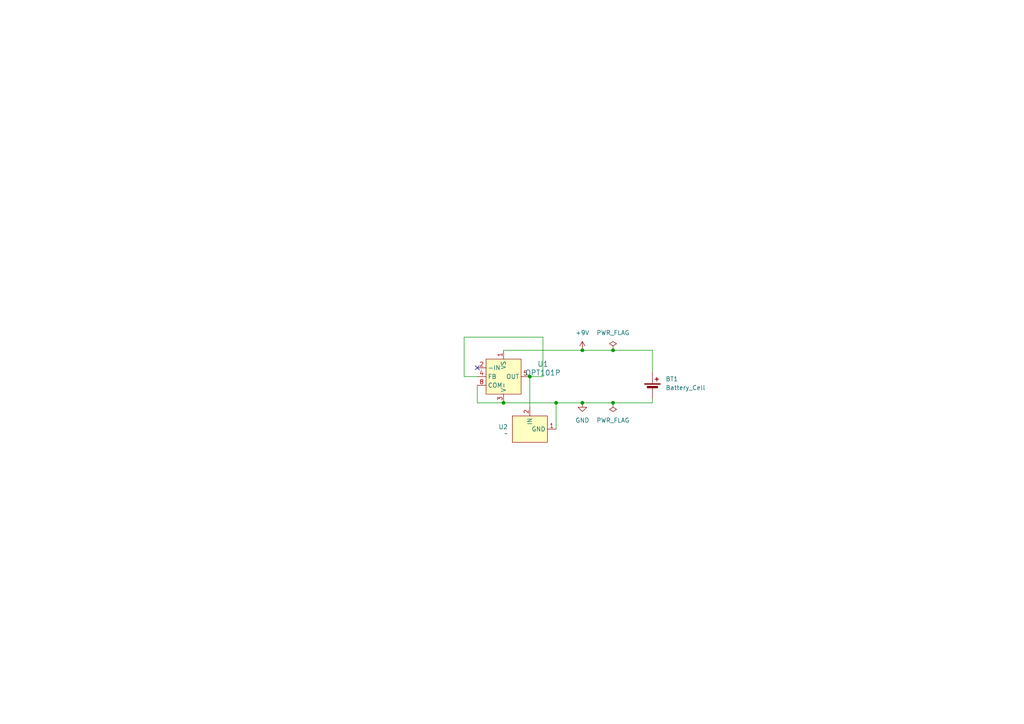
<source format=kicad_sch>
(kicad_sch (version 20250114) (generator "eeschema") (generator_version "9.0")
  (paper "A4")
  (lib_symbols
    (symbol "Device:Battery_Cell" (pin_numbers (hide yes)) (pin_names (offset 0) (hide yes))
      (property "Reference" "BT" (at 2.54 2.54 0))
      (property "Value" "Battery_Cell" (at 2.54 0 0))
      (symbol "Battery_Cell_0_1"
        (rectangle (start -2.286 1.778) (end 2.286 1.524) (fill (type outline)))
        (rectangle (start -1.524 1.016) (end 1.524 0.508) (fill (type outline)))
        (polyline (pts (xy 0 1.778) (xy 0 2.54)))
        (polyline (pts (xy 0 0.762) (xy 0 0)))
        (polyline (pts (xy 0.762 3.048) (xy 1.778 3.048)) (stroke (width 0.254)))
        (polyline (pts (xy 1.27 3.556) (xy 1.27 2.54)) (stroke (width 0.254)))
      )
      (symbol "Battery_Cell_1_1"
        (pin passive line (at 0 5.08 270) (length 2.54) (name "+") (number "1"))
        (pin passive line (at 0 -2.54 90) (length 2.54) (name "-") (number "2"))
      )
    )
    (symbol "RF_Connectors:0731000103"
      (property "Reference" "U" (at 0 2.54 0))
      (symbol "0731000103_1_1"
        (rectangle (start -5.08 3.81) (end 5.08 -3.81) (fill (type background)))
        (pin power_in line (at -7.62 0 0) (length 2.54) (name "GND") (number "1"))
        (pin input line (at 0 -6.35 90) (length 2.54) (name "IN") (number "2"))
      )
    )
    (symbol "dk_Optical-Sensors-Ambient-Light-IR-UV-Sensors:OPT101P"
      (property "Reference" "U" (at -3.81 6.35 0))
      (property "Value" "OPT101P" (at 2.54 -7.62 0))
      (symbol "OPT101P_0_1"
        (rectangle (start -5.08 5.08) (end 5.08 -5.08) (fill (type background)))
      )
      (symbol "OPT101P_1_1"
        (pin input line (at -7.62 2.54 0) (length 2.54) (name "-IN") (number "2"))
        (pin input line (at -7.62 0 0) (length 2.54) (name "FB") (number "4"))
        (pin input line (at -7.62 -2.54 0) (length 2.54) (name "COM") (number "8"))
        (pin power_in line (at 0 7.62 270) (length 2.54) (name "VS") (number "1"))
        (pin power_in line (at 0 -7.62 90) (length 2.54) (name "V-") (number "3"))
        (pin no_connect line (at 5.08 -2.54 180) (length 2.54) (hide yes) (name "NC") (number "6"))
        (pin no_connect line (at 5.08 -5.08 180) (length 2.54) (hide yes) (name "NC") (number "7"))
        (pin output line (at 7.62 0 180) (length 2.54) (name "OUT") (number "5"))
      )
    )
    (symbol "power:+9V" (power) (pin_names (offset 0))
      (property "Value" "+9V" (at 0 3.556 0))
      (symbol "+9V_0_1"
        (polyline (pts (xy -0.762 1.27) (xy 0 2.54)))
        (polyline (pts (xy 0 2.54) (xy 0.762 1.27)))
        (polyline (pts (xy 0 0) (xy 0 2.54)))
      )
      (symbol "+9V_1_1"
        (pin power_in line (at 0 0 90) (length 0) (hide yes) (name "+9V") (number "1"))
      )
    )
    (symbol "power:GND" (power) (pin_names (offset 0))
      (property "Value" "GND" (at 0 -3.81 0))
      (symbol "GND_0_1"
        (polyline (pts (xy 0 0) (xy 0 -1.27) (xy 1.27 -1.27) (xy 0 -2.54) (xy -1.27 -1.27) (xy 0 -1.27)))
      )
      (symbol "GND_1_1"
        (pin power_in line (at 0 0 270) (length 0) (hide yes) (name "GND") (number "1"))
      )
    )
    (symbol "power:PWR_FLAG" (power) (pin_numbers (hide yes)) (pin_names (offset 0) (hide yes))
      (property "Value" "PWR_FLAG" (at 0 3.81 0))
      (symbol "PWR_FLAG_0_0"
        (pin power_out line (at 0 0 90) (length 0) (name "pwr") (number "1"))
      )
      (symbol "PWR_FLAG_0_1"
        (polyline (pts (xy 0 0) (xy 0 1.27) (xy -1.016 1.905) (xy 0 2.54) (xy 1.016 1.905) (xy 0 1.27)))
      )
    )
  )
  (junction (at 153.67 109.22))
  (junction (at 177.8 116.84))
  (junction (at 146.05 116.84))
  (junction (at 168.91 101.6))
  (junction (at 168.91 116.84))
  (junction (at 161.29 116.84))
  (junction (at 177.8 101.6))
  (no_connect (at 138.43 106.68))
  (wire (pts (xy 146.05 116.84) (xy 161.29 116.84)))
  (wire (pts (xy 134.62 97.79) (xy 157.48 97.79)))
  (wire (pts (xy 138.43 109.22) (xy 134.62 109.22)))
  (wire (pts (xy 153.67 109.22) (xy 157.48 109.22)))
  (wire (pts (xy 189.23 116.84) (xy 189.23 115.57)))
  (wire (pts (xy 161.29 116.84) (xy 168.91 116.84)))
  (wire (pts (xy 168.91 116.84) (xy 177.8 116.84)))
  (wire (pts (xy 161.29 116.84) (xy 161.29 124.46)))
  (wire (pts (xy 134.62 109.22) (xy 134.62 97.79)))
  (wire (pts (xy 189.23 101.6) (xy 177.8 101.6)))
  (wire (pts (xy 138.43 116.84) (xy 146.05 116.84)))
  (wire (pts (xy 138.43 111.76) (xy 138.43 116.84)))
  (wire (pts (xy 157.48 97.79) (xy 157.48 109.22)))
  (wire (pts (xy 189.23 116.84) (xy 177.8 116.84)))
  (wire (pts (xy 153.67 109.22) (xy 153.67 118.11)))
  (wire (pts (xy 168.91 101.6) (xy 146.05 101.6)))
  (wire (pts (xy 189.23 107.95) (xy 189.23 101.6)))
  (wire (pts (xy 177.8 101.6) (xy 168.91 101.6)))
  (symbol (lib_id "power:PWR_FLAG") (at 177.8 116.84 180) (unit 1)
    (property "Reference" "#FLG02" (effects (hide yes)))
    (property "Value" "PWR_FLAG" (at 177.8 121.92 0))
  )
  (symbol (lib_id "power:GND") (at 168.91 116.84 0) (unit 1)
    (property "Reference" "#PWR01" (effects (hide yes)))
    (property "Value" "GND" (at 168.91 121.92 0))
  )
  (symbol (lib_id "Device:Battery_Cell") (at 189.23 113.03 0) (unit 1)
    (property "Reference" "BT1" (at 193.04 109.9185 0) (effects (justify left)))
    (property "Value" "Battery_Cell" (at 193.04 112.4585 0) (effects (justify left)))
    (property "Footprint" "Connector_BarrelJack:BarrelJack_CUI_PJ-102AH_Horizontal" (effects (hide yes)))
  )
  (symbol (lib_id "power:PWR_FLAG") (at 177.8 101.6 0) (unit 1)
    (property "Reference" "#FLG01" (effects (hide yes)))
    (property "Value" "PWR_FLAG" (at 177.8 96.52 0))
  )
  (symbol (lib_id "dk_Optical-Sensors-Ambient-Light-IR-UV-Sensors:OPT101P") (at 146.05 109.22 0) (unit 1)
    (property "Reference" "U1" (at 157.48 105.5721 0) (effects (font (size 1.524 1.524))))
    (property "Value" "OPT101P" (at 157.48 108.1121 0) (effects (font (size 1.524 1.524))))
    (property "Footprint" "digikey-footprints:DIP-8_W7.62mm" (effects (hide yes)))
    (property "Datasheet" "http://www.ti.com/general/docs/suppproductinfo.tsp?distId=10&gotoUrl=http%3A%2F%2Fwww.ti.com%2Flit%2Fgpn%2Fopt101" (effects (hide yes)))
    (property "Description" "SENSOR OPT 650NM AMBIENT 8DIP" (effects (hide yes)))
    (property "Digi-Key_PN" "296-23090-5-ND" (effects (hide yes)))
    (property "MPN" "OPT101P" (effects (hide yes)))
    (property "Category" "Sensors, Transducers" (effects (hide yes)))
    (property "Family" "Optical Sensors - Ambient Light, IR, UV Sensors" (effects (hide yes)))
    (property "DK_Datasheet_Link" "http://www.ti.com/general/docs/suppproductinfo.tsp?distId=10&gotoUrl=http%3A%2F%2Fwww.ti.com%2Flit%2Fgpn%2Fopt101" (effects (hide yes)))
    (property "DK_Detail_Page" "/product-detail/en/texas-instruments/OPT101P/296-23090-5-ND/251177" (effects (hide yes)))
    (property "Manufacturer" "Texas Instruments" (effects (hide yes)))
    (property "Status" "Active" (effects (hide yes)))
  )
  (symbol (lib_id "power:+9V") (at 168.91 101.6 0) (unit 1)
    (property "Reference" "#PWR02" (effects (hide yes)))
    (property "Value" "+9V" (at 168.91 96.52 0))
  )
  (symbol (lib_id "RF_Connectors:0731000103") (at 153.67 124.46 180) (unit 1)
    (property "Reference" "U2" (at 147.32 123.8249 0) (effects (justify left)))
    (property "Value" "~" (at 147.32 125.73 0) (effects (justify left)))
    (property "Footprint" "0731000103:SMB_Molex_0731000103_THT_RA" (effects (hide yes)))
  )
)
</source>
